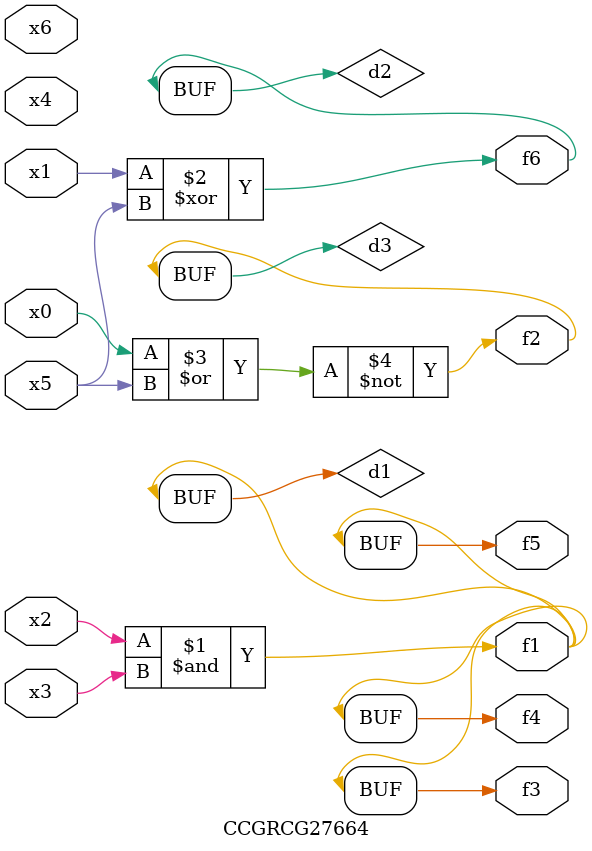
<source format=v>
module CCGRCG27664(
	input x0, x1, x2, x3, x4, x5, x6,
	output f1, f2, f3, f4, f5, f6
);

	wire d1, d2, d3;

	and (d1, x2, x3);
	xor (d2, x1, x5);
	nor (d3, x0, x5);
	assign f1 = d1;
	assign f2 = d3;
	assign f3 = d1;
	assign f4 = d1;
	assign f5 = d1;
	assign f6 = d2;
endmodule

</source>
